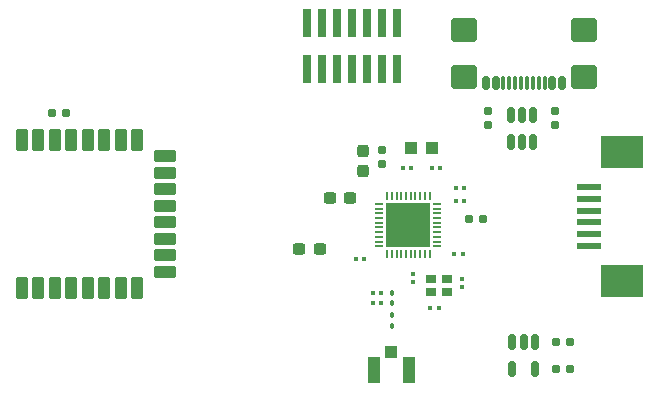
<source format=gtp>
G04 #@! TF.GenerationSoftware,KiCad,Pcbnew,9.0.1*
G04 #@! TF.CreationDate,2025-08-05T19:10:54+03:00*
G04 #@! TF.ProjectId,com_board,636f6d5f-626f-4617-9264-2e6b69636164,rev?*
G04 #@! TF.SameCoordinates,Original*
G04 #@! TF.FileFunction,Paste,Top*
G04 #@! TF.FilePolarity,Positive*
%FSLAX46Y46*%
G04 Gerber Fmt 4.6, Leading zero omitted, Abs format (unit mm)*
G04 Created by KiCad (PCBNEW 9.0.1) date 2025-08-05 19:10:54*
%MOMM*%
%LPD*%
G01*
G04 APERTURE LIST*
G04 Aperture macros list*
%AMRoundRect*
0 Rectangle with rounded corners*
0 $1 Rounding radius*
0 $2 $3 $4 $5 $6 $7 $8 $9 X,Y pos of 4 corners*
0 Add a 4 corners polygon primitive as box body*
4,1,4,$2,$3,$4,$5,$6,$7,$8,$9,$2,$3,0*
0 Add four circle primitives for the rounded corners*
1,1,$1+$1,$2,$3*
1,1,$1+$1,$4,$5*
1,1,$1+$1,$6,$7*
1,1,$1+$1,$8,$9*
0 Add four rect primitives between the rounded corners*
20,1,$1+$1,$2,$3,$4,$5,0*
20,1,$1+$1,$4,$5,$6,$7,0*
20,1,$1+$1,$6,$7,$8,$9,0*
20,1,$1+$1,$8,$9,$2,$3,0*%
G04 Aperture macros list end*
%ADD10R,1.050000X1.100000*%
%ADD11RoundRect,0.155000X-0.212500X-0.155000X0.212500X-0.155000X0.212500X0.155000X-0.212500X0.155000X0*%
%ADD12RoundRect,0.090000X-0.090000X0.139000X-0.090000X-0.139000X0.090000X-0.139000X0.090000X0.139000X0*%
%ADD13RoundRect,0.237500X0.237500X-0.300000X0.237500X0.300000X-0.237500X0.300000X-0.237500X-0.300000X0*%
%ADD14R,1.100000X2.250000*%
%ADD15R,0.740000X2.400000*%
%ADD16RoundRect,0.155000X0.155000X-0.212500X0.155000X0.212500X-0.155000X0.212500X-0.155000X-0.212500X0*%
%ADD17RoundRect,0.079500X-0.100500X0.079500X-0.100500X-0.079500X0.100500X-0.079500X0.100500X0.079500X0*%
%ADD18RoundRect,0.079500X0.079500X0.100500X-0.079500X0.100500X-0.079500X-0.100500X0.079500X-0.100500X0*%
%ADD19RoundRect,0.160000X0.160000X-0.197500X0.160000X0.197500X-0.160000X0.197500X-0.160000X-0.197500X0*%
%ADD20RoundRect,0.079500X-0.079500X-0.100500X0.079500X-0.100500X0.079500X0.100500X-0.079500X0.100500X0*%
%ADD21RoundRect,0.150000X0.350000X-0.800000X0.350000X0.800000X-0.350000X0.800000X-0.350000X-0.800000X0*%
%ADD22RoundRect,0.150000X0.800000X0.350000X-0.800000X0.350000X-0.800000X-0.350000X0.800000X-0.350000X0*%
%ADD23RoundRect,0.150000X-0.350000X0.800000X-0.350000X-0.800000X0.350000X-0.800000X0.350000X0.800000X0*%
%ADD24RoundRect,0.150000X-0.150000X0.512500X-0.150000X-0.512500X0.150000X-0.512500X0.150000X0.512500X0*%
%ADD25R,0.900000X0.800000*%
%ADD26RoundRect,0.150000X0.150000X0.425000X-0.150000X0.425000X-0.150000X-0.425000X0.150000X-0.425000X0*%
%ADD27RoundRect,0.075000X0.075000X0.500000X-0.075000X0.500000X-0.075000X-0.500000X0.075000X-0.500000X0*%
%ADD28RoundRect,0.250000X0.840000X0.750000X-0.840000X0.750000X-0.840000X-0.750000X0.840000X-0.750000X0*%
%ADD29R,2.000000X0.610000*%
%ADD30R,3.600000X2.680000*%
%ADD31RoundRect,0.160000X-0.197500X-0.160000X0.197500X-0.160000X0.197500X0.160000X-0.197500X0.160000X0*%
%ADD32R,0.200000X0.800000*%
%ADD33R,0.800000X0.200000*%
%ADD34R,3.700000X3.700000*%
%ADD35RoundRect,0.237500X0.300000X0.237500X-0.300000X0.237500X-0.300000X-0.237500X0.300000X-0.237500X0*%
G04 APERTURE END LIST*
D10*
G04 #@! TO.C,Y1*
X130065000Y-98920000D03*
X131915000Y-98920000D03*
G04 #@! TD*
D11*
G04 #@! TO.C,C17*
X142392500Y-117600000D03*
X143527500Y-117600000D03*
G04 #@! TD*
D12*
G04 #@! TO.C,L1*
X128489997Y-111165002D03*
X128490001Y-112030006D03*
G04 #@! TD*
D13*
G04 #@! TO.C,C10*
X126040001Y-100892503D03*
X126039999Y-99167497D03*
G04 #@! TD*
D11*
G04 #@! TO.C,C18*
X142392502Y-115320001D03*
X143527498Y-115319999D03*
G04 #@! TD*
D14*
G04 #@! TO.C,J3*
X129915004Y-117740003D03*
X126965002Y-117740007D03*
D10*
X128439999Y-116190004D03*
G04 #@! TD*
D15*
G04 #@! TO.C,J2*
X128960001Y-88340009D03*
X128960003Y-92240011D03*
X127690014Y-88340014D03*
X127690012Y-92240005D03*
X126420008Y-88340008D03*
X126420013Y-92240011D03*
X125150009Y-88340005D03*
X125150005Y-92240009D03*
X123880001Y-88340003D03*
X123880006Y-92240006D03*
X122610002Y-88340009D03*
X122610000Y-92240000D03*
X121340011Y-88340003D03*
X121340013Y-92240005D03*
G04 #@! TD*
D16*
G04 #@! TO.C,C8*
X127630000Y-100257498D03*
X127630000Y-99122502D03*
G04 #@! TD*
D17*
G04 #@! TO.C,C3*
X134449998Y-109984998D03*
X134449998Y-110674998D03*
G04 #@! TD*
D18*
G04 #@! TO.C,C14*
X127564999Y-111170007D03*
X126874999Y-111170007D03*
G04 #@! TD*
D19*
G04 #@! TO.C,R1*
X142280000Y-96987500D03*
X142280000Y-95792500D03*
G04 #@! TD*
D20*
G04 #@! TO.C,C7*
X133894998Y-102339997D03*
X134584998Y-102339997D03*
G04 #@! TD*
D21*
G04 #@! TO.C,U1*
X97135000Y-110740000D03*
X98535000Y-110740000D03*
X99935000Y-110740000D03*
X101335000Y-110740001D03*
X102735000Y-110740000D03*
X104135000Y-110739999D03*
X105535000Y-110739999D03*
X106935000Y-110740000D03*
D22*
X109235000Y-109389999D03*
X109234999Y-107989999D03*
X109234999Y-106590001D03*
X109235000Y-105190002D03*
X109235000Y-103790000D03*
X109235000Y-102390000D03*
X109235000Y-100990001D03*
X109235000Y-99590001D03*
D23*
X106935002Y-98239999D03*
X105535001Y-98240000D03*
X104134999Y-98240000D03*
X102734998Y-98240001D03*
X101335000Y-98239999D03*
X99935001Y-98239999D03*
X98535001Y-98240000D03*
X97135000Y-98240000D03*
G04 #@! TD*
D20*
G04 #@! TO.C,C5*
X133774999Y-107890000D03*
X134464999Y-107890000D03*
G04 #@! TD*
D24*
G04 #@! TO.C,U2*
X140432500Y-96112502D03*
X139482501Y-96112501D03*
X138532500Y-96112498D03*
X138532502Y-98387498D03*
X139482501Y-98387499D03*
X140432502Y-98387502D03*
G04 #@! TD*
D17*
G04 #@! TO.C,C11*
X130250000Y-109594996D03*
X130250000Y-110284996D03*
G04 #@! TD*
D20*
G04 #@! TO.C,C6*
X133915000Y-103370000D03*
X134605000Y-103370000D03*
G04 #@! TD*
D18*
G04 #@! TO.C,C16*
X126125000Y-108280000D03*
X125435000Y-108280000D03*
G04 #@! TD*
G04 #@! TO.C,C2*
X130095001Y-100649998D03*
X129405001Y-100649998D03*
G04 #@! TD*
D25*
G04 #@! TO.C,Y2*
X131769998Y-111100001D03*
X133169998Y-111100001D03*
X133169998Y-110000001D03*
X131769998Y-110000001D03*
G04 #@! TD*
D26*
G04 #@! TO.C,J1*
X142860000Y-93449995D03*
X142060001Y-93450000D03*
D27*
X140910002Y-93449996D03*
X139910001Y-93449996D03*
X139410000Y-93450000D03*
X138410002Y-93449997D03*
D26*
X137260002Y-93449995D03*
X136459999Y-93449998D03*
X136459999Y-93449998D03*
X137260002Y-93449995D03*
D27*
X137910001Y-93449995D03*
X138909997Y-93449997D03*
X140410000Y-93449998D03*
X141410002Y-93449999D03*
D26*
X142060001Y-93450000D03*
X142860000Y-93449995D03*
D28*
X144770001Y-88944995D03*
X144770000Y-92874998D03*
X134550002Y-92874996D03*
X134550001Y-88945001D03*
G04 #@! TD*
D20*
G04 #@! TO.C,C1*
X131875001Y-100650001D03*
X132565001Y-100650001D03*
G04 #@! TD*
D29*
G04 #@! TO.C,UART_conn1*
X145180000Y-107209998D03*
X145179998Y-106209995D03*
X145179999Y-105209999D03*
X145179999Y-104209999D03*
X145180000Y-103210000D03*
X145180000Y-102209999D03*
D30*
X147980000Y-110199998D03*
X147980000Y-99219998D03*
G04 #@! TD*
D12*
G04 #@! TO.C,L2*
X128499996Y-113087505D03*
X128500000Y-113952509D03*
G04 #@! TD*
D20*
G04 #@! TO.C,C4*
X131750001Y-112480001D03*
X132440001Y-112480001D03*
G04 #@! TD*
D31*
G04 #@! TO.C,R3*
X99672500Y-95960000D03*
X100867500Y-95960000D03*
G04 #@! TD*
D18*
G04 #@! TO.C,C15*
X127584999Y-112030004D03*
X126894999Y-112030004D03*
G04 #@! TD*
D24*
G04 #@! TO.C,U5*
X140592500Y-115322502D03*
X139642501Y-115322501D03*
X138692500Y-115322498D03*
X138692502Y-117597498D03*
X140592502Y-117597502D03*
G04 #@! TD*
D32*
G04 #@! TO.C,IC1*
X131679998Y-102990003D03*
X131279998Y-102990001D03*
X130880002Y-102990002D03*
X130479999Y-102990002D03*
X130080000Y-102990000D03*
X129679999Y-102990003D03*
X129280001Y-102990002D03*
X128880000Y-102990000D03*
X128480001Y-102989996D03*
X128079997Y-102989999D03*
D33*
X127430003Y-103640002D03*
X127430001Y-104040002D03*
X127430002Y-104439998D03*
X127430002Y-104840001D03*
X127430000Y-105240000D03*
X127430003Y-105640001D03*
X127430002Y-106039999D03*
X127430000Y-106440000D03*
X127429996Y-106839999D03*
X127429999Y-107240003D03*
D32*
X128080002Y-107889997D03*
X128480002Y-107889999D03*
X128879998Y-107889998D03*
X129280001Y-107889998D03*
X129680000Y-107890000D03*
X130080001Y-107889997D03*
X130479999Y-107889998D03*
X130880000Y-107890000D03*
X131279999Y-107890004D03*
X131680003Y-107890001D03*
D33*
X132329997Y-107239998D03*
X132329999Y-106839998D03*
X132329998Y-106440002D03*
X132329998Y-106039999D03*
X132330000Y-105640000D03*
X132329997Y-105239999D03*
X132329998Y-104840001D03*
X132330000Y-104440000D03*
X132330004Y-104040001D03*
X132330001Y-103639997D03*
D34*
X129880000Y-105440000D03*
G04 #@! TD*
D11*
G04 #@! TO.C,C12*
X135052502Y-104920001D03*
X136187498Y-104919999D03*
G04 #@! TD*
D19*
G04 #@! TO.C,R2*
X136660000Y-96947500D03*
X136660000Y-95752500D03*
G04 #@! TD*
D35*
G04 #@! TO.C,C13*
X124972503Y-103109999D03*
X123247497Y-103110001D03*
G04 #@! TD*
G04 #@! TO.C,C9*
X122382503Y-107459999D03*
X120657497Y-107460001D03*
G04 #@! TD*
M02*

</source>
